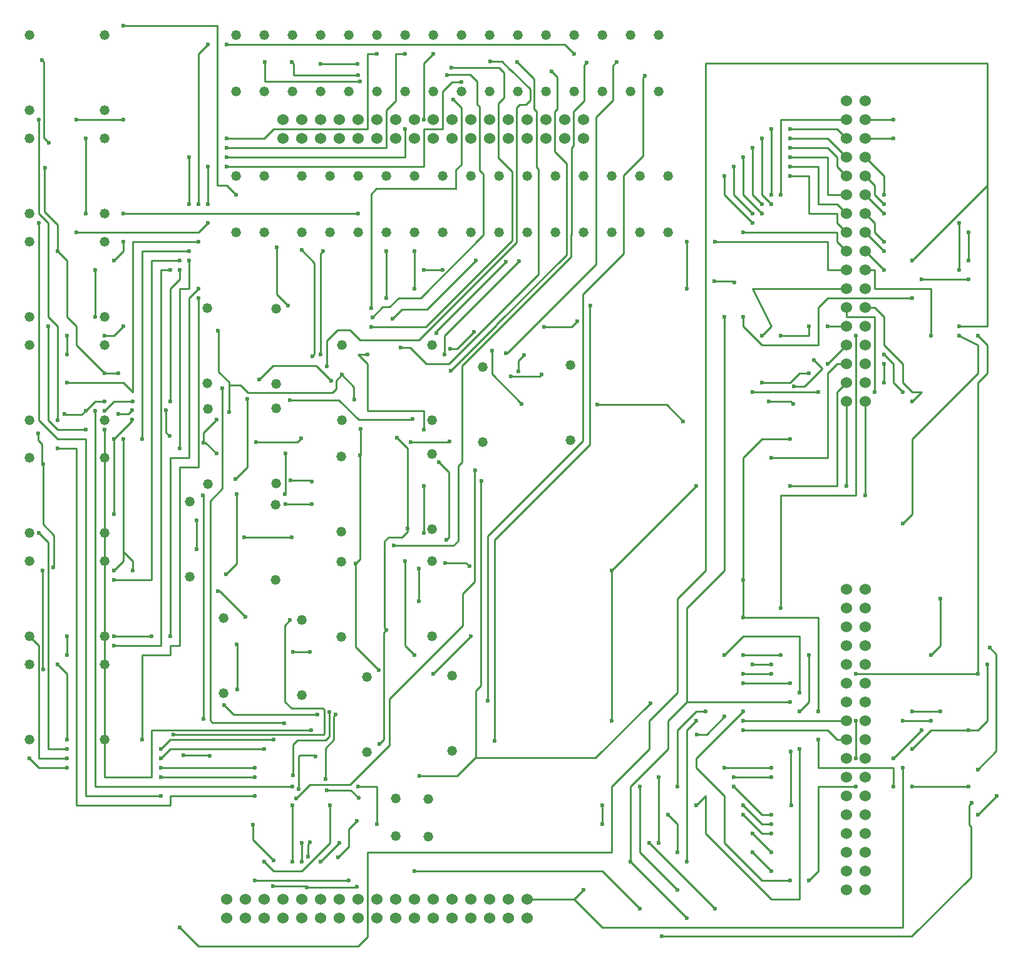
<source format=gbr>
G04 #@! TF.FileFunction,Copper,L2,Bot,Signal*
%FSLAX46Y46*%
G04 Gerber Fmt 4.6, Leading zero omitted, Abs format (unit mm)*
G04 Created by KiCad (PCBNEW 4.0.4-stable) date 12/23/16 23:50:51*
%MOMM*%
%LPD*%
G01*
G04 APERTURE LIST*
%ADD10C,0.100000*%
%ADD11C,1.320800*%
%ADD12C,1.530000*%
%ADD13C,0.600000*%
%ADD14C,0.250000*%
G04 APERTURE END LIST*
D10*
D11*
X111810800Y-142570200D03*
X111810800Y-147650200D03*
X116179600Y-142697200D03*
X116179600Y-147777200D03*
D12*
X137160000Y-50800000D03*
X137160000Y-53340000D03*
X134620000Y-50800000D03*
X134620000Y-53340000D03*
X132080000Y-50800000D03*
X132080000Y-53340000D03*
X129540000Y-50800000D03*
X129540000Y-53340000D03*
X127000000Y-50800000D03*
X127000000Y-53340000D03*
X124460000Y-50800000D03*
X124460000Y-53340000D03*
X121920000Y-50800000D03*
X121920000Y-53340000D03*
X119380000Y-50800000D03*
X119380000Y-53340000D03*
X116840000Y-50800000D03*
X116840000Y-53340000D03*
X114300000Y-50800000D03*
X114300000Y-53340000D03*
X111760000Y-50800000D03*
X111760000Y-53340000D03*
X109220000Y-50800000D03*
X109220000Y-53340000D03*
X106680000Y-50800000D03*
X106680000Y-53340000D03*
X104140000Y-50800000D03*
X104140000Y-53340000D03*
X101600000Y-50800000D03*
X101600000Y-53340000D03*
X99060000Y-50800000D03*
X99060000Y-53340000D03*
X96520000Y-50800000D03*
X96520000Y-53340000D03*
X175260000Y-88900000D03*
X172720000Y-88900000D03*
X175260000Y-86360000D03*
X172720000Y-86360000D03*
X175260000Y-83820000D03*
X172720000Y-83820000D03*
X175260000Y-81280000D03*
X172720000Y-81280000D03*
X175260000Y-78740000D03*
X172720000Y-78740000D03*
X175260000Y-76200000D03*
X172720000Y-76200000D03*
X175260000Y-73660000D03*
X172720000Y-73660000D03*
X175260000Y-71120000D03*
X172720000Y-71120000D03*
X175260000Y-68580000D03*
X172720000Y-68580000D03*
X175260000Y-66040000D03*
X172720000Y-66040000D03*
X175260000Y-63500000D03*
X172720000Y-63500000D03*
X175260000Y-60960000D03*
X172720000Y-60960000D03*
X175260000Y-58420000D03*
X172720000Y-58420000D03*
X175260000Y-55880000D03*
X172720000Y-55880000D03*
X175260000Y-53340000D03*
X172720000Y-53340000D03*
X175260000Y-50800000D03*
X172720000Y-50800000D03*
X175260000Y-48260000D03*
X172720000Y-48260000D03*
X175260000Y-154940000D03*
X172720000Y-154940000D03*
X175260000Y-152400000D03*
X172720000Y-152400000D03*
X175260000Y-149860000D03*
X172720000Y-149860000D03*
X175260000Y-147320000D03*
X172720000Y-147320000D03*
X175260000Y-144780000D03*
X172720000Y-144780000D03*
X175260000Y-142240000D03*
X172720000Y-142240000D03*
X175260000Y-139700000D03*
X172720000Y-139700000D03*
X175260000Y-137160000D03*
X172720000Y-137160000D03*
X175260000Y-134620000D03*
X172720000Y-134620000D03*
X175260000Y-132080000D03*
X172720000Y-132080000D03*
X175260000Y-129540000D03*
X172720000Y-129540000D03*
X175260000Y-127000000D03*
X172720000Y-127000000D03*
X175260000Y-124460000D03*
X172720000Y-124460000D03*
X175260000Y-121920000D03*
X172720000Y-121920000D03*
X175260000Y-119380000D03*
X172720000Y-119380000D03*
X175260000Y-116840000D03*
X172720000Y-116840000D03*
X175260000Y-114300000D03*
X172720000Y-114300000D03*
X88900000Y-158750000D03*
X88900000Y-156210000D03*
X91440000Y-158750000D03*
X91440000Y-156210000D03*
X93980000Y-158750000D03*
X93980000Y-156210000D03*
X96520000Y-158750000D03*
X96520000Y-156210000D03*
X99060000Y-158750000D03*
X99060000Y-156210000D03*
X101600000Y-158750000D03*
X101600000Y-156210000D03*
X104140000Y-158750000D03*
X104140000Y-156210000D03*
X106680000Y-158750000D03*
X106680000Y-156210000D03*
X109220000Y-158750000D03*
X109220000Y-156210000D03*
X111760000Y-158750000D03*
X111760000Y-156210000D03*
X114300000Y-158750000D03*
X114300000Y-156210000D03*
X116840000Y-158750000D03*
X116840000Y-156210000D03*
X119380000Y-158750000D03*
X119380000Y-156210000D03*
X121920000Y-158750000D03*
X121920000Y-156210000D03*
X124460000Y-158750000D03*
X124460000Y-156210000D03*
X127000000Y-158750000D03*
X127000000Y-156210000D03*
X129540000Y-158750000D03*
X129540000Y-156210000D03*
D11*
X90170000Y-39370000D03*
X90170000Y-46990000D03*
X93980000Y-66040000D03*
X93980000Y-58420000D03*
X93980000Y-39370000D03*
X93980000Y-46990000D03*
X99060000Y-66040000D03*
X99060000Y-58420000D03*
X97790000Y-39370000D03*
X97790000Y-46990000D03*
X102870000Y-66040000D03*
X102870000Y-58420000D03*
X101600000Y-39370000D03*
X101600000Y-46990000D03*
X106680000Y-66040000D03*
X106680000Y-58420000D03*
X105410000Y-39370000D03*
X105410000Y-46990000D03*
X110490000Y-66040000D03*
X110490000Y-58420000D03*
X109220000Y-39370000D03*
X109220000Y-46990000D03*
X114300000Y-66040000D03*
X114300000Y-58420000D03*
X113030000Y-39370000D03*
X113030000Y-46990000D03*
X118110000Y-66040000D03*
X118110000Y-58420000D03*
X116840000Y-39370000D03*
X116840000Y-46990000D03*
X121920000Y-66040000D03*
X121920000Y-58420000D03*
X120650000Y-39370000D03*
X120650000Y-46990000D03*
X125730000Y-66040000D03*
X125730000Y-58420000D03*
X124460000Y-39370000D03*
X124460000Y-46990000D03*
X129540000Y-66040000D03*
X129540000Y-58420000D03*
X128270000Y-39370000D03*
X128270000Y-46990000D03*
X133350000Y-66040000D03*
X133350000Y-58420000D03*
X132080000Y-39370000D03*
X132080000Y-46990000D03*
X137160000Y-66040000D03*
X137160000Y-58420000D03*
X135890000Y-39370000D03*
X135890000Y-46990000D03*
X140970000Y-66040000D03*
X140970000Y-58420000D03*
X139700000Y-39370000D03*
X139700000Y-46990000D03*
X144780000Y-66040000D03*
X144780000Y-58420000D03*
X143510000Y-39370000D03*
X143510000Y-46990000D03*
X148590000Y-66040000D03*
X148590000Y-58420000D03*
X147320000Y-39370000D03*
X147320000Y-46990000D03*
X107873800Y-126187200D03*
X107873800Y-136347200D03*
X119405400Y-125984000D03*
X119405400Y-136144000D03*
X123520200Y-84302600D03*
X123520200Y-94462600D03*
X135407400Y-94183200D03*
X135407400Y-84023200D03*
X104394000Y-110617000D03*
X104394000Y-120777000D03*
X116713000Y-110490000D03*
X116713000Y-120650000D03*
X62230000Y-91440000D03*
X62230000Y-81280000D03*
X72390000Y-81280000D03*
X72390000Y-91440000D03*
X104394000Y-96393000D03*
X104394000Y-106553000D03*
X116713000Y-96012000D03*
X116713000Y-106172000D03*
X104495600Y-81280000D03*
X104495600Y-91440000D03*
X116687600Y-91440000D03*
X116687600Y-81280000D03*
X88519000Y-118237000D03*
X88519000Y-128397000D03*
X99060000Y-118491000D03*
X99060000Y-128651000D03*
X62230000Y-67310000D03*
X62230000Y-77470000D03*
X72390000Y-67310000D03*
X72390000Y-77470000D03*
X62230000Y-96520000D03*
X62230000Y-106680000D03*
X72390000Y-106680000D03*
X72390000Y-96520000D03*
X62230000Y-110490000D03*
X62230000Y-120650000D03*
X72390000Y-110490000D03*
X72390000Y-120650000D03*
X62230000Y-124460000D03*
X62230000Y-134620000D03*
X72390000Y-124460000D03*
X72390000Y-134620000D03*
X62230000Y-53340000D03*
X62230000Y-63500000D03*
X72390000Y-53340000D03*
X72390000Y-63500000D03*
X86385400Y-89941400D03*
X86385400Y-100101400D03*
X95605600Y-89865200D03*
X95605600Y-100025200D03*
X83947000Y-102514400D03*
X83947000Y-112674400D03*
X95554800Y-102870000D03*
X95554800Y-113030000D03*
X86309200Y-76276200D03*
X86309200Y-86436200D03*
X95605600Y-86588600D03*
X95605600Y-76428600D03*
X62230000Y-39370000D03*
X62230000Y-49530000D03*
X72390000Y-49530000D03*
X72390000Y-39370000D03*
X90170000Y-66040000D03*
X90170000Y-58420000D03*
D13*
X102489000Y-141503400D03*
X106756200Y-142544800D03*
X98653600Y-141325600D03*
X100914200Y-136956800D03*
X97790000Y-140970000D03*
X71120000Y-90170000D03*
X102260400Y-139954000D03*
X103682800Y-131241800D03*
X97866200Y-139446000D03*
X102819200Y-130911600D03*
X101219000Y-131241800D03*
X88595200Y-129971800D03*
X100330000Y-133350000D03*
X72390000Y-92710000D03*
X69850000Y-92710000D03*
X64770000Y-78740000D03*
X95250000Y-134620000D03*
X80010000Y-135890000D03*
X67310000Y-135890000D03*
X63500000Y-106680000D03*
X80010000Y-137160000D03*
X67310000Y-137160000D03*
X93980000Y-135890000D03*
X92710000Y-138430000D03*
X80010000Y-138430000D03*
X67310000Y-138430000D03*
X62230000Y-137160000D03*
X92710000Y-139700000D03*
X80010000Y-139700000D03*
X80010000Y-142240000D03*
X63500000Y-64770000D03*
X85775800Y-131851400D03*
X85699600Y-101650800D03*
X88366600Y-87147400D03*
X96748600Y-132410200D03*
X92710000Y-142240000D03*
X66040000Y-95250000D03*
X66040000Y-91440000D03*
X63500000Y-50800000D03*
X103987600Y-150545800D03*
X106553000Y-145669000D03*
X146202400Y-129717800D03*
X152501600Y-133934200D03*
X156210000Y-131546600D03*
X131826000Y-78892400D03*
X136296400Y-78130400D03*
X154889200Y-72694800D03*
X157581600Y-72821800D03*
X123367800Y-99720400D03*
X115036600Y-139573000D03*
X109575600Y-135229600D03*
X128828800Y-89281000D03*
X124790200Y-82067400D03*
X122351800Y-79552800D03*
X119176800Y-81813400D03*
X110540800Y-119862600D03*
X113360200Y-106121200D03*
X111937800Y-93878400D03*
X103047800Y-86131400D03*
X93294200Y-86004400D03*
X90398600Y-127914400D03*
X90271600Y-121767600D03*
X83058000Y-136728200D03*
X86639400Y-136855200D03*
X90297000Y-101473000D03*
X88798400Y-112318800D03*
X90068400Y-99466400D03*
X91694000Y-88620600D03*
X76123800Y-91363800D03*
X67310000Y-134620000D03*
X66040000Y-124460000D03*
X67310000Y-120650000D03*
X67310000Y-123190000D03*
X73660000Y-104140000D03*
X73660000Y-93980000D03*
X67310000Y-82550000D03*
X67310000Y-80010000D03*
X71120000Y-77470000D03*
X71120000Y-71120000D03*
X69850000Y-53340000D03*
X69850000Y-63500000D03*
X158750000Y-77470000D03*
X181610000Y-74930000D03*
X156210000Y-123190000D03*
X166370000Y-128270000D03*
X140970000Y-111760000D03*
X121920000Y-120650000D03*
X116840000Y-125730000D03*
X114300000Y-123190000D03*
X113030000Y-110490000D03*
X115570000Y-106680000D03*
X115570000Y-100330000D03*
X115570000Y-92710000D03*
X107950000Y-82550000D03*
X106680000Y-140970000D03*
X109220000Y-146050000D03*
X149860000Y-149860000D03*
X148590000Y-144780000D03*
X139700000Y-146050000D03*
X139700000Y-143510000D03*
X140970000Y-132080000D03*
X152400000Y-100330000D03*
X189661800Y-143230600D03*
X147751800Y-161213800D03*
X165277800Y-143560800D03*
X165176200Y-136220200D03*
X190500000Y-138684000D03*
X192100200Y-122199400D03*
X127330200Y-85547200D03*
X131521200Y-85267800D03*
X139039600Y-89382600D03*
X150672800Y-91617800D03*
X162229800Y-88925400D03*
X165506400Y-89230200D03*
X165633400Y-86918800D03*
X168325800Y-83362800D03*
X109499400Y-125272800D03*
X106375200Y-110845600D03*
X106222800Y-88696800D03*
X107035600Y-92659200D03*
X106984800Y-96215200D03*
X106527600Y-154533600D03*
X104521000Y-85318600D03*
X92481400Y-146151600D03*
X95300800Y-151003000D03*
X95173800Y-154457400D03*
X99796600Y-154660600D03*
X99949000Y-150495000D03*
X100203000Y-148564600D03*
X84861400Y-105054400D03*
X84861400Y-108940600D03*
X87706200Y-114604800D03*
X91440000Y-118084600D03*
X87757000Y-79375000D03*
X89230200Y-90347800D03*
X87528400Y-95935800D03*
X87604600Y-91363800D03*
X85801200Y-94488000D03*
X81229200Y-93624400D03*
X80746600Y-90144600D03*
X76123800Y-90119200D03*
X74295000Y-90652600D03*
X74295000Y-85115400D03*
X64135000Y-125196600D03*
X64058800Y-111760000D03*
X65455800Y-111404400D03*
X64084200Y-97434400D03*
X63474600Y-93268800D03*
X66954400Y-90652600D03*
X64389000Y-57353200D03*
X64846200Y-54000400D03*
X63906400Y-42799000D03*
X66040000Y-68580000D03*
X72390000Y-85090000D03*
X72390000Y-88900000D03*
X69850000Y-90170000D03*
X114909600Y-111531400D03*
X114884200Y-115900200D03*
X118491000Y-110769400D03*
X121742200Y-111226600D03*
X117627400Y-97155000D03*
X118643400Y-107645200D03*
X97434400Y-88747600D03*
X114071400Y-91338400D03*
X81762600Y-133985000D03*
X97510600Y-118516400D03*
X96901000Y-102793800D03*
X100406200Y-102844600D03*
X96901000Y-95935800D03*
X96774000Y-101473000D03*
X73660000Y-111760000D03*
X74930000Y-93980000D03*
X76200000Y-111760000D03*
X72390000Y-80010000D03*
X74930000Y-78740000D03*
X124256800Y-129362200D03*
X145440400Y-44932600D03*
X125171200Y-134797800D03*
X138125200Y-75971400D03*
X126644400Y-82372200D03*
X141630400Y-43027600D03*
X128371600Y-84861400D03*
X129133600Y-82651600D03*
X111556800Y-108407200D03*
X137617200Y-43103800D03*
X67310000Y-86360000D03*
X85090000Y-67310000D03*
X85090000Y-62230000D03*
X86360000Y-40640000D03*
X88900000Y-40640000D03*
X135890000Y-41910000D03*
X113817400Y-94411800D03*
X119075200Y-94386400D03*
X119253000Y-84785200D03*
X132867400Y-44348400D03*
X112471200Y-81661000D03*
X128244600Y-43078400D03*
X97866200Y-122834400D03*
X100177600Y-122809000D03*
X102438200Y-84201000D03*
X124536200Y-42976800D03*
X68580000Y-66040000D03*
X86360000Y-64770000D03*
X86360000Y-62230000D03*
X86360000Y-57150000D03*
X88900000Y-57150000D03*
X120650000Y-45720000D03*
X77470000Y-93980000D03*
X83820000Y-68580000D03*
X83820000Y-62230000D03*
X83820000Y-55880000D03*
X88900000Y-55880000D03*
X113030000Y-52070000D03*
X115570000Y-50800000D03*
X116840000Y-41910000D03*
X73660000Y-113030000D03*
X82550000Y-69850000D03*
X88900000Y-54610000D03*
X113030000Y-41910000D03*
X73660000Y-121920000D03*
X81280000Y-71120000D03*
X88900000Y-53340000D03*
X109220000Y-41910000D03*
X68580000Y-50800000D03*
X74930000Y-50800000D03*
X92862400Y-94437200D03*
X99009200Y-93929200D03*
X108508800Y-78841600D03*
X119354600Y-43764200D03*
X106629200Y-43307000D03*
X101600000Y-43307000D03*
X91262200Y-107340400D03*
X97688400Y-107289600D03*
X108635800Y-77571600D03*
X118694200Y-44805600D03*
X106680000Y-44805600D03*
X97739200Y-43078400D03*
X108458000Y-76276200D03*
X119583200Y-48158400D03*
X106959400Y-45643800D03*
X94056200Y-43027600D03*
X74930000Y-38100000D03*
X90170000Y-60960000D03*
X95681800Y-68072000D03*
X97180400Y-75946000D03*
X100482400Y-82804000D03*
X99085400Y-68453000D03*
X97561400Y-99568000D03*
X100406200Y-99745800D03*
X101650800Y-82600800D03*
X101930200Y-68630800D03*
X74930000Y-63500000D03*
X106680000Y-63500000D03*
X85090000Y-74930000D03*
X110490000Y-74930000D03*
X77470000Y-134620000D03*
X110490000Y-68580000D03*
X73660000Y-120650000D03*
X78740000Y-120650000D03*
X81280000Y-120650000D03*
X85090000Y-73660000D03*
X114300000Y-73660000D03*
X114300000Y-68580000D03*
X82550000Y-95250000D03*
X83820000Y-69850000D03*
X74930000Y-67310000D03*
X73660000Y-69850000D03*
X111379000Y-77749400D03*
X122656600Y-69850000D03*
X117322600Y-79679800D03*
X126720600Y-70078600D03*
X118389400Y-82600800D03*
X128473200Y-69951600D03*
X118110000Y-71120000D03*
X115570000Y-71120000D03*
X82550000Y-71120000D03*
X81280000Y-88900000D03*
X76200000Y-88900000D03*
X72390000Y-90170000D03*
X175260000Y-101600000D03*
X172720000Y-100330000D03*
X165100000Y-100330000D03*
X177800000Y-83820000D03*
X177800000Y-86360000D03*
X162560000Y-96520000D03*
X177800000Y-82550000D03*
X180340000Y-87630000D03*
X170180000Y-83820000D03*
X167640000Y-85090000D03*
X161290000Y-86360000D03*
X170180000Y-78740000D03*
X167640000Y-78740000D03*
X163830000Y-80010000D03*
X176530000Y-87630000D03*
X168910000Y-87630000D03*
X160020000Y-87630000D03*
X161290000Y-80010000D03*
X154940000Y-67310000D03*
X151130000Y-67310000D03*
X151130000Y-73660000D03*
X158750000Y-66040000D03*
X165100000Y-58420000D03*
X156210000Y-58420000D03*
X160020000Y-64770000D03*
X165100000Y-57150000D03*
X157480000Y-57150000D03*
X160020000Y-63500000D03*
X165100000Y-55880000D03*
X158750000Y-55880000D03*
X161290000Y-63500000D03*
X165100000Y-54610000D03*
X160020000Y-54610000D03*
X161290000Y-62230000D03*
X165100000Y-53340000D03*
X161290000Y-53340000D03*
X162560000Y-62230000D03*
X165100000Y-52070000D03*
X162560000Y-52070000D03*
X162560000Y-60960000D03*
X163830000Y-60960000D03*
X181610000Y-88900000D03*
X184150000Y-80010000D03*
X177800000Y-71120000D03*
X177800000Y-68580000D03*
X177800000Y-67310000D03*
X177800000Y-63500000D03*
X177800000Y-62230000D03*
X177800000Y-60960000D03*
X179070000Y-53340000D03*
X187960000Y-64770000D03*
X187960000Y-71120000D03*
X179070000Y-50800000D03*
X189230000Y-66040000D03*
X189230000Y-69850000D03*
X179070000Y-137160000D03*
X182880000Y-133350000D03*
X180340000Y-132080000D03*
X184150000Y-132080000D03*
X181610000Y-130810000D03*
X185420000Y-130810000D03*
X162560000Y-152400000D03*
X160020000Y-149860000D03*
X162560000Y-149860000D03*
X160020000Y-147320000D03*
X162560000Y-147320000D03*
X158750000Y-144780000D03*
X162560000Y-146050000D03*
X158750000Y-143510000D03*
X162560000Y-144780000D03*
X157480000Y-140970000D03*
X162560000Y-139700000D03*
X157480000Y-139700000D03*
X162560000Y-138430000D03*
X156210000Y-138430000D03*
X158750000Y-133350000D03*
X158750000Y-132080000D03*
X173990000Y-132080000D03*
X173990000Y-137160000D03*
X173990000Y-140970000D03*
X167640000Y-153670000D03*
X165100000Y-153670000D03*
X158750000Y-130810000D03*
X158750000Y-127000000D03*
X165100000Y-127000000D03*
X158750000Y-125730000D03*
X162560000Y-125730000D03*
X158750000Y-123190000D03*
X163830000Y-123190000D03*
X160020000Y-124460000D03*
X162560000Y-124460000D03*
X105410000Y-153670000D03*
X92710000Y-153670000D03*
X99060000Y-151130000D03*
X99060000Y-148590000D03*
X102870000Y-143510000D03*
X93980000Y-151130000D03*
X97790000Y-143510000D03*
X97790000Y-151130000D03*
X104140000Y-148590000D03*
X101600000Y-151130000D03*
X82550000Y-160020000D03*
X187960000Y-78740000D03*
X181610000Y-69850000D03*
X185420000Y-115570000D03*
X184150000Y-123190000D03*
X167640000Y-123190000D03*
X166370000Y-130810000D03*
X114300000Y-152400000D03*
X144780000Y-157480000D03*
X151130000Y-151130000D03*
X152400000Y-132080000D03*
X137160000Y-154940000D03*
X147320000Y-148590000D03*
X147320000Y-139700000D03*
X180340000Y-105410000D03*
X187960000Y-80010000D03*
X180340000Y-138430000D03*
X149860000Y-154940000D03*
X144780000Y-140970000D03*
X189230000Y-72390000D03*
X182880000Y-72390000D03*
X190500000Y-80010000D03*
X190500000Y-125730000D03*
X173990000Y-125730000D03*
X193040000Y-142240000D03*
X190500000Y-144780000D03*
X154940000Y-157480000D03*
X146050000Y-148590000D03*
X165100000Y-93980000D03*
X158750000Y-113030000D03*
X168910000Y-130810000D03*
X158750000Y-118110000D03*
X168910000Y-134620000D03*
X179070000Y-140970000D03*
X181610000Y-140970000D03*
X189230000Y-140970000D03*
X173990000Y-80010000D03*
X163830000Y-116840000D03*
X153670000Y-130810000D03*
X149860000Y-140970000D03*
X191770000Y-124460000D03*
X166370000Y-135890000D03*
X152400000Y-143510000D03*
X181610000Y-135890000D03*
X189230000Y-133350000D03*
X156210000Y-77470000D03*
X165100000Y-129540000D03*
X151130000Y-158750000D03*
X143510000Y-151130000D03*
X98348800Y-142570200D03*
X122504200Y-98221800D03*
D14*
X105714800Y-141503400D02*
X102489000Y-141503400D01*
X106756200Y-142544800D02*
X105714800Y-141503400D01*
X98653600Y-136956800D02*
X98653600Y-141325600D01*
X98831400Y-136779000D02*
X98653600Y-136956800D01*
X100736400Y-136779000D02*
X98831400Y-136779000D01*
X100914200Y-136956800D02*
X100736400Y-136779000D01*
X71120000Y-140970000D02*
X97790000Y-140970000D01*
X71120000Y-90170000D02*
X71120000Y-140970000D01*
X102260400Y-135839200D02*
X102260400Y-139954000D01*
X103428800Y-134670800D02*
X102260400Y-135839200D01*
X103428800Y-131495800D02*
X103428800Y-134670800D01*
X103682800Y-131241800D02*
X103428800Y-131495800D01*
X97866200Y-135305800D02*
X97866200Y-139446000D01*
X98475800Y-134696200D02*
X97866200Y-135305800D01*
X102336600Y-134696200D02*
X98475800Y-134696200D01*
X102793800Y-134239000D02*
X102336600Y-134696200D01*
X102793800Y-130937000D02*
X102793800Y-134239000D01*
X102819200Y-130911600D02*
X102793800Y-130937000D01*
X89865200Y-131241800D02*
X101219000Y-131241800D01*
X88595200Y-129971800D02*
X89865200Y-131241800D01*
X78740000Y-133350000D02*
X100330000Y-133350000D01*
X78740000Y-139700000D02*
X78740000Y-133350000D01*
X72390000Y-139700000D02*
X78740000Y-139700000D01*
X72390000Y-92710000D02*
X72390000Y-139700000D01*
X66040000Y-92710000D02*
X69850000Y-92710000D01*
X64770000Y-91440000D02*
X66040000Y-92710000D01*
X64770000Y-78740000D02*
X64770000Y-91440000D01*
X81280000Y-134620000D02*
X95250000Y-134620000D01*
X80010000Y-135890000D02*
X81280000Y-134620000D01*
X64770000Y-135890000D02*
X67310000Y-135890000D01*
X64770000Y-107950000D02*
X64770000Y-135890000D01*
X63500000Y-106680000D02*
X64770000Y-107950000D01*
X62230000Y-120650000D02*
X63500000Y-121920000D01*
X63500000Y-137160000D02*
X67310000Y-137160000D01*
X63500000Y-121920000D02*
X63500000Y-137160000D01*
X80010000Y-137160000D02*
X81280000Y-135890000D01*
X81280000Y-135890000D02*
X93980000Y-135890000D01*
X80010000Y-138430000D02*
X92710000Y-138430000D01*
X63500000Y-138430000D02*
X67310000Y-138430000D01*
X62230000Y-137160000D02*
X63500000Y-138430000D01*
X80010000Y-139700000D02*
X92710000Y-139700000D01*
X69850000Y-142240000D02*
X80010000Y-142240000D01*
X69850000Y-93980000D02*
X69850000Y-142240000D01*
X66040000Y-93980000D02*
X69850000Y-93980000D01*
X63500000Y-91440000D02*
X66040000Y-93980000D01*
X63500000Y-64770000D02*
X63500000Y-91440000D01*
X85775800Y-101727000D02*
X85775800Y-131851400D01*
X85699600Y-101650800D02*
X85775800Y-101727000D01*
X88366600Y-100685600D02*
X88366600Y-87147400D01*
X86690200Y-102362000D02*
X88366600Y-100685600D01*
X86690200Y-132029200D02*
X86690200Y-102362000D01*
X86995000Y-132334000D02*
X86690200Y-132029200D01*
X96672400Y-132334000D02*
X86995000Y-132334000D01*
X96748600Y-132410200D02*
X96672400Y-132334000D01*
X81280000Y-142240000D02*
X92710000Y-142240000D01*
X81280000Y-143510000D02*
X81280000Y-142240000D01*
X68580000Y-143510000D02*
X81280000Y-143510000D01*
X68580000Y-95250000D02*
X68580000Y-143510000D01*
X66040000Y-95250000D02*
X68580000Y-95250000D01*
X66040000Y-78740000D02*
X66040000Y-91440000D01*
X64770000Y-77470000D02*
X66040000Y-78740000D01*
X64770000Y-64770000D02*
X64770000Y-77470000D01*
X63500000Y-63500000D02*
X64770000Y-64770000D01*
X63500000Y-50800000D02*
X63500000Y-63500000D01*
X105435400Y-149098000D02*
X103987600Y-150545800D01*
X105435400Y-146786600D02*
X105435400Y-149098000D01*
X106553000Y-145669000D02*
X105435400Y-146786600D01*
X138785600Y-137134600D02*
X122529600Y-137134600D01*
X146202400Y-129717800D02*
X138785600Y-137134600D01*
X153822400Y-133934200D02*
X152501600Y-133934200D01*
X156210000Y-131546600D02*
X153822400Y-133934200D01*
X135534400Y-78892400D02*
X131826000Y-78892400D01*
X136296400Y-78130400D02*
X135534400Y-78892400D01*
X157454600Y-72694800D02*
X154889200Y-72694800D01*
X157581600Y-72821800D02*
X157454600Y-72694800D01*
X123367800Y-99720400D02*
X123291600Y-99796600D01*
X123291600Y-99796600D02*
X123291600Y-127330200D01*
X123291600Y-127330200D02*
X122580400Y-128041400D01*
X122580400Y-128041400D02*
X122580400Y-137083800D01*
X122580400Y-137083800D02*
X122529600Y-137134600D01*
X122529600Y-137134600D02*
X120091200Y-139573000D01*
X120091200Y-139573000D02*
X115036600Y-139573000D01*
X110159800Y-120243600D02*
X110540800Y-119862600D01*
X109575600Y-135229600D02*
X110159800Y-134645400D01*
X110159800Y-134645400D02*
X110159800Y-120243600D01*
X128828800Y-89281000D02*
X124790200Y-85242400D01*
X124790200Y-85242400D02*
X124790200Y-82067400D01*
X122351800Y-79552800D02*
X120091200Y-81813400D01*
X120091200Y-81813400D02*
X119176800Y-81813400D01*
X113360200Y-106578400D02*
X113360200Y-106121200D01*
X112649000Y-107289600D02*
X113360200Y-106578400D01*
X110820200Y-107289600D02*
X112649000Y-107289600D01*
X110261400Y-107848400D02*
X110820200Y-107289600D01*
X110261400Y-119583200D02*
X110261400Y-107848400D01*
X110540800Y-119862600D02*
X110261400Y-119583200D01*
X113360200Y-95300800D02*
X113360200Y-106121200D01*
X111937800Y-93878400D02*
X113360200Y-95300800D01*
X103047800Y-86131400D02*
X101041200Y-84124800D01*
X101041200Y-84124800D02*
X95173800Y-84124800D01*
X95173800Y-84124800D02*
X93294200Y-86004400D01*
X90398600Y-121894600D02*
X90398600Y-127914400D01*
X90271600Y-121767600D02*
X90398600Y-121894600D01*
X86512400Y-136728200D02*
X83058000Y-136728200D01*
X86639400Y-136855200D02*
X86512400Y-136728200D01*
X90297000Y-110820200D02*
X90297000Y-101473000D01*
X88798400Y-112318800D02*
X90297000Y-110820200D01*
X90068400Y-99466400D02*
X91694000Y-97840800D01*
X91694000Y-97840800D02*
X91694000Y-88620600D01*
X76098400Y-91541600D02*
X73660000Y-93980000D01*
X76098400Y-91389200D02*
X76098400Y-91541600D01*
X76123800Y-91363800D02*
X76098400Y-91389200D01*
X67310000Y-125730000D02*
X67310000Y-134620000D01*
X66040000Y-124460000D02*
X67310000Y-125730000D01*
X67310000Y-123190000D02*
X67310000Y-120650000D01*
X73660000Y-93980000D02*
X73660000Y-104140000D01*
X67310000Y-80010000D02*
X67310000Y-82550000D01*
X71120000Y-71120000D02*
X71120000Y-77470000D01*
X69850000Y-53340000D02*
X69850000Y-63500000D01*
X158750000Y-78740000D02*
X158750000Y-77470000D01*
X161290000Y-81280000D02*
X158750000Y-78740000D01*
X168910000Y-81280000D02*
X161290000Y-81280000D01*
X168910000Y-76200000D02*
X168910000Y-81280000D01*
X170180000Y-74930000D02*
X168910000Y-76200000D01*
X181610000Y-74930000D02*
X170180000Y-74930000D01*
X158750000Y-120650000D02*
X156210000Y-123190000D01*
X166370000Y-120650000D02*
X158750000Y-120650000D01*
X166370000Y-128270000D02*
X166370000Y-120650000D01*
X116840000Y-125730000D02*
X121920000Y-120650000D01*
X113030000Y-121920000D02*
X114300000Y-123190000D01*
X113030000Y-110490000D02*
X113030000Y-121920000D01*
X115570000Y-100330000D02*
X115570000Y-106680000D01*
X115570000Y-90170000D02*
X115570000Y-92710000D01*
X107950000Y-90170000D02*
X115570000Y-90170000D01*
X107950000Y-83820000D02*
X107950000Y-90170000D01*
X106680000Y-82550000D02*
X107950000Y-83820000D01*
X107950000Y-82550000D02*
X106680000Y-82550000D01*
X106680000Y-140970000D02*
X109220000Y-140970000D01*
X109220000Y-140970000D02*
X109220000Y-146050000D01*
X149860000Y-146050000D02*
X149860000Y-149860000D01*
X148590000Y-144780000D02*
X149860000Y-146050000D01*
X139700000Y-143510000D02*
X139700000Y-146050000D01*
X140970000Y-111760000D02*
X140970000Y-132080000D01*
X152400000Y-100330000D02*
X140970000Y-111760000D01*
X189661800Y-143230600D02*
X189357000Y-143535400D01*
X189357000Y-143535400D02*
X189357000Y-146177000D01*
X189357000Y-146177000D02*
X189560200Y-146380200D01*
X189560200Y-146380200D02*
X189560200Y-153238200D01*
X189560200Y-153238200D02*
X181584600Y-161213800D01*
X181584600Y-161213800D02*
X147751800Y-161213800D01*
X165277800Y-143560800D02*
X165176200Y-143459200D01*
X165176200Y-143459200D02*
X165176200Y-136220200D01*
X193014600Y-136169400D02*
X190500000Y-138684000D01*
X193014600Y-123113800D02*
X193014600Y-136169400D01*
X192100200Y-122199400D02*
X193014600Y-123113800D01*
X131241800Y-85547200D02*
X127330200Y-85547200D01*
X131521200Y-85267800D02*
X131241800Y-85547200D01*
X148437600Y-89382600D02*
X139039600Y-89382600D01*
X150672800Y-91617800D02*
X148437600Y-89382600D01*
X165201600Y-88925400D02*
X162229800Y-88925400D01*
X165506400Y-89230200D02*
X165201600Y-88925400D01*
X167030400Y-86918800D02*
X165633400Y-86918800D01*
X169418000Y-84531200D02*
X167030400Y-86918800D01*
X169418000Y-84455000D02*
X169418000Y-84531200D01*
X168325800Y-83362800D02*
X169418000Y-84455000D01*
X106375200Y-122148600D02*
X106375200Y-110845600D01*
X109499400Y-125272800D02*
X106375200Y-122148600D01*
X106984800Y-110236000D02*
X106984800Y-96215200D01*
X106375200Y-110845600D02*
X106984800Y-110236000D01*
X106146600Y-86944200D02*
X104521000Y-85318600D01*
X106146600Y-88620600D02*
X106146600Y-86944200D01*
X106222800Y-88696800D02*
X106146600Y-88620600D01*
X107035600Y-96164400D02*
X107035600Y-92659200D01*
X106984800Y-96215200D02*
X107035600Y-96164400D01*
X106400600Y-154660600D02*
X99796600Y-154660600D01*
X106527600Y-154533600D02*
X106400600Y-154660600D01*
X90779600Y-86715600D02*
X89230200Y-86715600D01*
X91795600Y-87731600D02*
X90779600Y-86715600D01*
X103251000Y-87731600D02*
X91795600Y-87731600D01*
X103708200Y-87274400D02*
X103251000Y-87731600D01*
X103708200Y-86131400D02*
X103708200Y-87274400D01*
X104521000Y-85318600D02*
X103708200Y-86131400D01*
X92481400Y-148183600D02*
X92481400Y-146151600D01*
X95300800Y-151003000D02*
X92481400Y-148183600D01*
X99593400Y-154457400D02*
X95173800Y-154457400D01*
X99796600Y-154660600D02*
X99593400Y-154457400D01*
X99949000Y-148818600D02*
X99949000Y-150495000D01*
X100203000Y-148564600D02*
X99949000Y-148818600D01*
X84861400Y-108940600D02*
X84861400Y-105054400D01*
X87960200Y-114604800D02*
X87706200Y-114604800D01*
X91440000Y-118084600D02*
X87960200Y-114604800D01*
X87833200Y-79451200D02*
X87757000Y-79375000D01*
X87833200Y-84937600D02*
X87833200Y-79451200D01*
X89230200Y-86334600D02*
X87833200Y-84937600D01*
X89230200Y-90347800D02*
X89230200Y-86715600D01*
X89230200Y-86715600D02*
X89230200Y-86334600D01*
X86080600Y-94488000D02*
X85801200Y-94488000D01*
X87528400Y-95935800D02*
X86080600Y-94488000D01*
X87604600Y-91363800D02*
X85801200Y-93167200D01*
X85801200Y-93167200D02*
X85801200Y-94488000D01*
X81229200Y-93624400D02*
X80746600Y-93141800D01*
X80746600Y-93141800D02*
X80746600Y-90144600D01*
X76123800Y-90119200D02*
X75590400Y-90652600D01*
X75590400Y-90652600D02*
X74295000Y-90652600D01*
X74295000Y-85115400D02*
X74269600Y-85090000D01*
X74269600Y-85090000D02*
X72390000Y-85090000D01*
X64135000Y-125196600D02*
X64058800Y-125120400D01*
X64058800Y-125120400D02*
X64058800Y-111760000D01*
X64084200Y-105511600D02*
X64084200Y-97434400D01*
X65582800Y-107010200D02*
X64084200Y-105511600D01*
X65582800Y-111277400D02*
X65582800Y-107010200D01*
X65455800Y-111404400D02*
X65582800Y-111277400D01*
X64084200Y-97434400D02*
X63982600Y-97332800D01*
X63982600Y-97332800D02*
X63982600Y-94691200D01*
X63982600Y-94691200D02*
X63474600Y-94183200D01*
X63474600Y-94183200D02*
X63474600Y-93268800D01*
X66954400Y-90652600D02*
X67030600Y-90728800D01*
X67030600Y-90728800D02*
X69291200Y-90728800D01*
X69291200Y-90728800D02*
X69850000Y-90170000D01*
X66040000Y-65049400D02*
X66040000Y-68580000D01*
X64287400Y-63296800D02*
X66040000Y-65049400D01*
X64287400Y-57454800D02*
X64287400Y-63296800D01*
X64389000Y-57353200D02*
X64287400Y-57454800D01*
X64160400Y-53314600D02*
X64846200Y-54000400D01*
X64160400Y-43053000D02*
X64160400Y-53314600D01*
X63906400Y-42799000D02*
X64160400Y-43053000D01*
X66040000Y-68580000D02*
X67310000Y-69850000D01*
X67310000Y-69850000D02*
X67310000Y-77470000D01*
X67310000Y-77470000D02*
X68580000Y-78740000D01*
X68580000Y-78740000D02*
X68580000Y-81280000D01*
X68580000Y-81280000D02*
X72390000Y-85090000D01*
X72390000Y-88900000D02*
X71120000Y-88900000D01*
X71120000Y-88900000D02*
X69850000Y-90170000D01*
X114909600Y-115874800D02*
X114909600Y-111531400D01*
X114884200Y-115900200D02*
X114909600Y-115874800D01*
X121285000Y-110769400D02*
X118491000Y-110769400D01*
X121742200Y-111226600D02*
X121285000Y-110769400D01*
X118948200Y-98475800D02*
X117627400Y-97155000D01*
X118948200Y-107340400D02*
X118948200Y-98475800D01*
X118643400Y-107645200D02*
X118948200Y-107340400D01*
X104114600Y-88747600D02*
X97434400Y-88747600D01*
X106781600Y-91414600D02*
X104114600Y-88747600D01*
X113995200Y-91414600D02*
X106781600Y-91414600D01*
X114071400Y-91338400D02*
X113995200Y-91414600D01*
X102057200Y-133985000D02*
X81762600Y-133985000D01*
X102158800Y-133883400D02*
X102057200Y-133985000D01*
X102158800Y-130683000D02*
X102158800Y-133883400D01*
X101930200Y-130454400D02*
X102158800Y-130683000D01*
X97688400Y-130454400D02*
X101930200Y-130454400D01*
X96824800Y-129590800D02*
X97688400Y-130454400D01*
X96824800Y-119202200D02*
X96824800Y-129590800D01*
X97510600Y-118516400D02*
X96824800Y-119202200D01*
X100355400Y-102793800D02*
X96901000Y-102793800D01*
X100406200Y-102844600D02*
X100355400Y-102793800D01*
X96901000Y-101346000D02*
X96901000Y-95935800D01*
X96774000Y-101473000D02*
X96901000Y-101346000D01*
X74930000Y-110490000D02*
X74930000Y-109220000D01*
X73660000Y-111760000D02*
X74930000Y-110490000D01*
X74930000Y-93980000D02*
X74930000Y-105410000D01*
X74930000Y-105410000D02*
X74930000Y-109220000D01*
X74930000Y-109220000D02*
X76200000Y-110490000D01*
X76200000Y-110490000D02*
X76200000Y-111760000D01*
X73660000Y-80010000D02*
X72390000Y-80010000D01*
X74930000Y-78740000D02*
X73660000Y-80010000D01*
X124256800Y-107111800D02*
X124256800Y-129362200D01*
X137134600Y-94234000D02*
X124256800Y-107111800D01*
X137134600Y-74422000D02*
X137134600Y-94234000D01*
X142570200Y-68986400D02*
X137134600Y-74422000D01*
X142570200Y-58343800D02*
X142570200Y-68986400D01*
X145211800Y-55702200D02*
X142570200Y-58343800D01*
X145211800Y-45161200D02*
X145211800Y-55702200D01*
X145440400Y-44932600D02*
X145211800Y-45161200D01*
X125171200Y-107670600D02*
X125171200Y-134797800D01*
X138049000Y-94792800D02*
X125171200Y-107670600D01*
X138049000Y-76047600D02*
X138049000Y-94792800D01*
X138125200Y-75971400D02*
X138049000Y-76047600D01*
X126873000Y-82372200D02*
X126644400Y-82372200D01*
X138887200Y-70358000D02*
X126873000Y-82372200D01*
X138887200Y-63957200D02*
X138887200Y-70358000D01*
X138912600Y-63931800D02*
X138887200Y-63957200D01*
X138912600Y-50469800D02*
X138912600Y-63931800D01*
X141198600Y-48183800D02*
X138912600Y-50469800D01*
X141198600Y-43459400D02*
X141198600Y-48183800D01*
X141630400Y-43027600D02*
X141198600Y-43459400D01*
X128371600Y-83413600D02*
X128371600Y-84861400D01*
X129133600Y-82651600D02*
X128371600Y-83413600D01*
X119608600Y-108407200D02*
X111556800Y-108407200D01*
X120243600Y-107772200D02*
X119608600Y-108407200D01*
X120243600Y-97663000D02*
X120243600Y-107772200D01*
X120751600Y-97155000D02*
X120243600Y-97663000D01*
X120751600Y-84124800D02*
X120751600Y-97155000D01*
X129286000Y-75590400D02*
X120751600Y-84124800D01*
X135483600Y-69392800D02*
X129286000Y-75590400D01*
X135483600Y-66446400D02*
X135483600Y-69392800D01*
X135559800Y-66370200D02*
X135483600Y-66446400D01*
X135559800Y-54660800D02*
X135559800Y-66370200D01*
X135839200Y-54381400D02*
X135559800Y-54660800D01*
X135839200Y-49758600D02*
X135839200Y-54381400D01*
X137287000Y-48310800D02*
X135839200Y-49758600D01*
X137287000Y-43434000D02*
X137287000Y-48310800D01*
X137617200Y-43103800D02*
X137287000Y-43434000D01*
X74930000Y-86360000D02*
X67310000Y-86360000D01*
X76200000Y-87630000D02*
X74930000Y-86360000D01*
X76200000Y-67310000D02*
X76200000Y-87630000D01*
X85090000Y-67310000D02*
X76200000Y-67310000D01*
X85090000Y-41910000D02*
X85090000Y-62230000D01*
X86360000Y-40640000D02*
X85090000Y-41910000D01*
X134620000Y-40640000D02*
X88900000Y-40640000D01*
X135890000Y-41910000D02*
X134620000Y-40640000D01*
X119049800Y-94411800D02*
X113817400Y-94411800D01*
X119075200Y-94386400D02*
X119049800Y-94411800D01*
X125425200Y-78613000D02*
X119253000Y-84785200D01*
X125425200Y-78536800D02*
X125425200Y-78613000D01*
X134874000Y-69088000D02*
X125425200Y-78536800D01*
X134874000Y-56718200D02*
X134874000Y-69088000D01*
X133324600Y-55168800D02*
X134874000Y-56718200D01*
X133324600Y-49707800D02*
X133324600Y-55168800D01*
X133629400Y-49403000D02*
X133324600Y-49707800D01*
X133629400Y-45110400D02*
X133629400Y-49403000D01*
X132867400Y-44348400D02*
X133629400Y-45110400D01*
X113715800Y-81661000D02*
X112471200Y-81661000D01*
X115925600Y-83870800D02*
X113715800Y-81661000D01*
X118948200Y-83870800D02*
X115925600Y-83870800D01*
X131114800Y-71704200D02*
X118948200Y-83870800D01*
X131114800Y-57531000D02*
X131114800Y-71704200D01*
X130810000Y-57226200D02*
X131114800Y-57531000D01*
X130810000Y-49733200D02*
X130810000Y-57226200D01*
X130479800Y-49403000D02*
X130810000Y-49733200D01*
X130479800Y-45313600D02*
X130479800Y-49403000D01*
X128244600Y-43078400D02*
X130479800Y-45313600D01*
X100152200Y-122834400D02*
X97866200Y-122834400D01*
X100177600Y-122809000D02*
X100152200Y-122834400D01*
X102438200Y-80695800D02*
X102438200Y-84201000D01*
X103886000Y-79248000D02*
X102438200Y-80695800D01*
X105587800Y-79248000D02*
X103886000Y-79248000D01*
X106959400Y-80619600D02*
X105587800Y-79248000D01*
X114909600Y-80619600D02*
X106959400Y-80619600D01*
X128143000Y-67386200D02*
X114909600Y-80619600D01*
X128143000Y-49199800D02*
X128143000Y-67386200D01*
X128574800Y-48768000D02*
X128143000Y-49199800D01*
X129387600Y-48768000D02*
X128574800Y-48768000D01*
X129946400Y-48209200D02*
X129387600Y-48768000D01*
X129946400Y-46710600D02*
X129946400Y-48209200D01*
X127254000Y-44018200D02*
X129946400Y-46710600D01*
X127203200Y-44018200D02*
X127254000Y-44018200D01*
X126161800Y-42976800D02*
X127203200Y-44018200D01*
X124536200Y-42976800D02*
X126161800Y-42976800D01*
X85090000Y-66040000D02*
X68580000Y-66040000D01*
X86360000Y-64770000D02*
X85090000Y-66040000D01*
X86360000Y-57150000D02*
X86360000Y-62230000D01*
X115570000Y-57150000D02*
X88900000Y-57150000D01*
X115570000Y-52070000D02*
X115570000Y-57150000D01*
X118110000Y-52070000D02*
X115570000Y-52070000D01*
X118110000Y-46990000D02*
X118110000Y-52070000D01*
X119380000Y-45720000D02*
X118110000Y-46990000D01*
X120650000Y-45720000D02*
X119380000Y-45720000D01*
X77470000Y-68580000D02*
X77470000Y-93980000D01*
X83820000Y-68580000D02*
X77470000Y-68580000D01*
X83820000Y-55880000D02*
X83820000Y-62230000D01*
X113030000Y-55880000D02*
X88900000Y-55880000D01*
X113030000Y-52070000D02*
X113030000Y-55880000D01*
X115570000Y-43180000D02*
X115570000Y-50800000D01*
X116840000Y-41910000D02*
X115570000Y-43180000D01*
X78740000Y-113030000D02*
X73660000Y-113030000D01*
X78740000Y-69850000D02*
X78740000Y-113030000D01*
X82550000Y-69850000D02*
X78740000Y-69850000D01*
X110490000Y-54610000D02*
X88900000Y-54610000D01*
X110490000Y-49530000D02*
X110490000Y-54610000D01*
X111760000Y-48260000D02*
X110490000Y-49530000D01*
X111760000Y-41910000D02*
X111760000Y-48260000D01*
X113030000Y-41910000D02*
X111760000Y-41910000D01*
X80010000Y-121920000D02*
X73660000Y-121920000D01*
X80010000Y-71120000D02*
X80010000Y-121920000D01*
X81280000Y-71120000D02*
X80010000Y-71120000D01*
X93980000Y-53340000D02*
X88900000Y-53340000D01*
X95250000Y-52070000D02*
X93980000Y-53340000D01*
X107950000Y-52070000D02*
X95250000Y-52070000D01*
X107950000Y-41910000D02*
X107950000Y-52070000D01*
X109220000Y-41910000D02*
X107950000Y-41910000D01*
X74930000Y-50800000D02*
X68580000Y-50800000D01*
X98501200Y-94437200D02*
X92862400Y-94437200D01*
X99009200Y-93929200D02*
X98501200Y-94437200D01*
X115849400Y-78841600D02*
X108508800Y-78841600D01*
X127508000Y-67183000D02*
X115849400Y-78841600D01*
X127508000Y-57835800D02*
X127508000Y-67183000D01*
X125679200Y-56007000D02*
X127508000Y-57835800D01*
X125679200Y-48615600D02*
X125679200Y-56007000D01*
X126390400Y-47904400D02*
X125679200Y-48615600D01*
X126390400Y-44475400D02*
X126390400Y-47904400D01*
X125730000Y-43815000D02*
X126390400Y-44475400D01*
X119405400Y-43815000D02*
X125730000Y-43815000D01*
X119354600Y-43764200D02*
X119405400Y-43815000D01*
X101600000Y-43307000D02*
X106629200Y-43307000D01*
X97637600Y-107340400D02*
X91262200Y-107340400D01*
X97688400Y-107289600D02*
X97637600Y-107340400D01*
X110032800Y-76174600D02*
X108635800Y-77571600D01*
X110972600Y-76174600D02*
X110032800Y-76174600D01*
X112166400Y-74980800D02*
X110972600Y-76174600D01*
X115138200Y-74980800D02*
X112166400Y-74980800D01*
X123672600Y-66446400D02*
X115138200Y-74980800D01*
X123672600Y-58166000D02*
X123672600Y-66446400D01*
X123164600Y-57658000D02*
X123672600Y-58166000D01*
X123164600Y-49123600D02*
X123164600Y-57658000D01*
X122758200Y-48717200D02*
X123164600Y-49123600D01*
X122758200Y-45643800D02*
X122758200Y-48717200D01*
X121869200Y-44754800D02*
X122758200Y-45643800D01*
X118745000Y-44754800D02*
X121869200Y-44754800D01*
X118694200Y-44805600D02*
X118745000Y-44754800D01*
X97993200Y-44805600D02*
X106680000Y-44805600D01*
X97967800Y-44780200D02*
X97993200Y-44805600D01*
X97967800Y-43307000D02*
X97967800Y-44780200D01*
X97739200Y-43078400D02*
X97967800Y-43307000D01*
X108458000Y-60909200D02*
X108458000Y-76276200D01*
X109194600Y-60172600D02*
X108458000Y-60909200D01*
X119888000Y-60172600D02*
X109194600Y-60172600D01*
X119913400Y-60198000D02*
X119888000Y-60172600D01*
X119913400Y-57632600D02*
X119913400Y-60198000D01*
X120650000Y-56896000D02*
X119913400Y-57632600D01*
X120650000Y-49225200D02*
X120650000Y-56896000D01*
X119583200Y-48158400D02*
X120650000Y-49225200D01*
X94107000Y-45643800D02*
X106959400Y-45643800D01*
X94056200Y-45593000D02*
X94107000Y-45643800D01*
X94056200Y-43027600D02*
X94056200Y-45593000D01*
X87630000Y-38100000D02*
X74930000Y-38100000D01*
X87630000Y-59690000D02*
X87630000Y-38100000D01*
X88900000Y-59690000D02*
X87630000Y-59690000D01*
X90170000Y-60960000D02*
X88900000Y-59690000D01*
X95681800Y-74447400D02*
X95681800Y-68072000D01*
X97180400Y-75946000D02*
X95681800Y-74447400D01*
X100812600Y-82473800D02*
X100482400Y-82804000D01*
X100812600Y-70180200D02*
X100812600Y-82473800D01*
X99085400Y-68453000D02*
X100812600Y-70180200D01*
X100228400Y-99568000D02*
X97561400Y-99568000D01*
X100406200Y-99745800D02*
X100228400Y-99568000D01*
X101650800Y-68910200D02*
X101650800Y-82600800D01*
X101930200Y-68630800D02*
X101650800Y-68910200D01*
X106680000Y-63500000D02*
X74930000Y-63500000D01*
X85090000Y-97790000D02*
X82550000Y-97790000D01*
X85090000Y-74930000D02*
X85090000Y-97790000D01*
X110490000Y-68580000D02*
X110490000Y-74930000D01*
X77470000Y-123190000D02*
X77470000Y-134620000D01*
X81280000Y-123190000D02*
X77470000Y-123190000D01*
X81280000Y-121920000D02*
X81280000Y-123190000D01*
X82550000Y-121920000D02*
X81280000Y-121920000D01*
X82550000Y-97790000D02*
X82550000Y-121920000D01*
X78740000Y-120650000D02*
X73660000Y-120650000D01*
X81280000Y-96520000D02*
X81280000Y-120650000D01*
X83820000Y-96520000D02*
X81280000Y-96520000D01*
X83820000Y-74930000D02*
X83820000Y-96520000D01*
X85090000Y-73660000D02*
X83820000Y-74930000D01*
X114300000Y-68580000D02*
X114300000Y-73660000D01*
X82550000Y-73660000D02*
X82550000Y-95250000D01*
X83820000Y-73660000D02*
X82550000Y-73660000D01*
X83820000Y-69850000D02*
X83820000Y-73660000D01*
X74930000Y-68580000D02*
X74930000Y-67310000D01*
X73660000Y-69850000D02*
X74930000Y-68580000D01*
X112649000Y-76479400D02*
X111379000Y-77749400D01*
X116027200Y-76479400D02*
X112649000Y-76479400D01*
X122656600Y-69850000D02*
X116027200Y-76479400D01*
X117322600Y-79476600D02*
X117322600Y-79679800D01*
X126720600Y-70078600D02*
X117322600Y-79476600D01*
X118389400Y-80035400D02*
X118389400Y-82600800D01*
X128473200Y-69951600D02*
X118389400Y-80035400D01*
X115570000Y-71120000D02*
X118110000Y-71120000D01*
X82550000Y-72390000D02*
X82550000Y-71120000D01*
X81280000Y-73660000D02*
X82550000Y-72390000D01*
X81280000Y-88900000D02*
X81280000Y-73660000D01*
X73660000Y-88900000D02*
X76200000Y-88900000D01*
X72390000Y-90170000D02*
X73660000Y-88900000D01*
X175260000Y-101600000D02*
X175260000Y-88900000D01*
X172720000Y-100330000D02*
X172720000Y-88900000D01*
X171450000Y-87630000D02*
X172720000Y-86360000D01*
X171450000Y-100330000D02*
X171450000Y-87630000D01*
X165100000Y-100330000D02*
X171450000Y-100330000D01*
X177800000Y-86360000D02*
X177800000Y-83820000D01*
X171450000Y-83820000D02*
X172720000Y-83820000D01*
X170180000Y-85090000D02*
X171450000Y-83820000D01*
X170180000Y-96520000D02*
X170180000Y-85090000D01*
X162560000Y-96520000D02*
X170180000Y-96520000D01*
X179070000Y-83820000D02*
X177800000Y-82550000D01*
X179070000Y-86360000D02*
X179070000Y-83820000D01*
X180340000Y-87630000D02*
X179070000Y-86360000D01*
X170180000Y-83820000D02*
X172720000Y-81280000D01*
X166370000Y-85090000D02*
X167640000Y-85090000D01*
X165100000Y-86360000D02*
X166370000Y-85090000D01*
X161290000Y-86360000D02*
X165100000Y-86360000D01*
X170180000Y-78740000D02*
X172720000Y-78740000D01*
X167640000Y-80010000D02*
X167640000Y-78740000D01*
X163830000Y-80010000D02*
X167640000Y-80010000D01*
X172720000Y-77470000D02*
X172720000Y-76200000D01*
X176530000Y-77470000D02*
X172720000Y-77470000D01*
X176530000Y-87630000D02*
X176530000Y-77470000D01*
X160020000Y-87630000D02*
X168910000Y-87630000D01*
X160020000Y-73660000D02*
X172720000Y-73660000D01*
X162560000Y-78740000D02*
X160020000Y-73660000D01*
X161290000Y-80010000D02*
X162560000Y-78740000D01*
X170180000Y-71120000D02*
X172720000Y-71120000D01*
X170180000Y-67310000D02*
X170180000Y-71120000D01*
X154940000Y-67310000D02*
X170180000Y-67310000D01*
X151130000Y-73660000D02*
X151130000Y-67310000D01*
X171450000Y-67310000D02*
X172720000Y-68580000D01*
X171450000Y-66040000D02*
X171450000Y-67310000D01*
X158750000Y-66040000D02*
X171450000Y-66040000D01*
X171450000Y-64770000D02*
X172720000Y-66040000D01*
X171450000Y-63500000D02*
X171450000Y-64770000D01*
X167640000Y-63500000D02*
X171450000Y-63500000D01*
X167640000Y-58420000D02*
X167640000Y-63500000D01*
X165100000Y-58420000D02*
X167640000Y-58420000D01*
X156210000Y-60960000D02*
X156210000Y-58420000D01*
X160020000Y-64770000D02*
X156210000Y-60960000D01*
X171450000Y-62230000D02*
X172720000Y-63500000D01*
X168910000Y-62230000D02*
X171450000Y-62230000D01*
X168910000Y-57150000D02*
X168910000Y-62230000D01*
X165100000Y-57150000D02*
X168910000Y-57150000D01*
X157480000Y-60960000D02*
X157480000Y-57150000D01*
X160020000Y-63500000D02*
X157480000Y-60960000D01*
X170180000Y-60960000D02*
X172720000Y-60960000D01*
X170180000Y-55880000D02*
X170180000Y-60960000D01*
X165100000Y-55880000D02*
X170180000Y-55880000D01*
X158750000Y-60960000D02*
X158750000Y-55880000D01*
X161290000Y-63500000D02*
X158750000Y-60960000D01*
X171450000Y-57150000D02*
X172720000Y-58420000D01*
X171450000Y-55880000D02*
X171450000Y-57150000D01*
X170180000Y-54610000D02*
X171450000Y-55880000D01*
X165100000Y-54610000D02*
X170180000Y-54610000D01*
X160020000Y-60960000D02*
X160020000Y-54610000D01*
X161290000Y-62230000D02*
X160020000Y-60960000D01*
X170180000Y-53340000D02*
X172720000Y-55880000D01*
X165100000Y-53340000D02*
X170180000Y-53340000D01*
X161290000Y-60960000D02*
X161290000Y-53340000D01*
X162560000Y-62230000D02*
X161290000Y-60960000D01*
X171450000Y-52070000D02*
X172720000Y-53340000D01*
X165100000Y-52070000D02*
X171450000Y-52070000D01*
X162560000Y-60960000D02*
X162560000Y-52070000D01*
X163830000Y-50800000D02*
X172720000Y-50800000D01*
X163830000Y-60960000D02*
X163830000Y-50800000D01*
X176530000Y-76200000D02*
X175260000Y-76200000D01*
X177800000Y-77470000D02*
X176530000Y-76200000D01*
X177800000Y-81280000D02*
X177800000Y-77470000D01*
X180340000Y-83820000D02*
X177800000Y-81280000D01*
X180340000Y-86360000D02*
X180340000Y-83820000D01*
X181610000Y-87630000D02*
X180340000Y-86360000D01*
X182880000Y-87630000D02*
X181610000Y-87630000D01*
X181610000Y-88900000D02*
X182880000Y-87630000D01*
X176530000Y-71120000D02*
X175260000Y-71120000D01*
X176530000Y-73660000D02*
X176530000Y-71120000D01*
X184150000Y-73660000D02*
X176530000Y-73660000D01*
X184150000Y-80010000D02*
X184150000Y-73660000D01*
X176530000Y-69850000D02*
X175260000Y-68580000D01*
X177800000Y-71120000D02*
X176530000Y-69850000D01*
X177800000Y-68580000D02*
X175260000Y-66040000D01*
X176530000Y-64770000D02*
X175260000Y-63500000D01*
X176530000Y-66040000D02*
X176530000Y-64770000D01*
X177800000Y-67310000D02*
X176530000Y-66040000D01*
X177800000Y-63500000D02*
X175260000Y-60960000D01*
X176530000Y-59690000D02*
X175260000Y-58420000D01*
X176530000Y-60960000D02*
X176530000Y-59690000D01*
X177800000Y-62230000D02*
X176530000Y-60960000D01*
X177800000Y-58420000D02*
X175260000Y-55880000D01*
X177800000Y-60960000D02*
X177800000Y-58420000D01*
X179070000Y-53340000D02*
X175260000Y-53340000D01*
X187960000Y-68580000D02*
X187960000Y-64770000D01*
X187960000Y-71120000D02*
X187960000Y-68580000D01*
X179070000Y-50800000D02*
X175260000Y-50800000D01*
X189230000Y-69850000D02*
X189230000Y-66040000D01*
X182880000Y-133350000D02*
X179070000Y-137160000D01*
X184150000Y-132080000D02*
X180340000Y-132080000D01*
X185420000Y-130810000D02*
X181610000Y-130810000D01*
X160020000Y-149860000D02*
X162560000Y-152400000D01*
X160020000Y-147320000D02*
X162560000Y-149860000D01*
X161290000Y-147320000D02*
X162560000Y-147320000D01*
X158750000Y-144780000D02*
X161290000Y-147320000D01*
X161290000Y-146050000D02*
X162560000Y-146050000D01*
X158750000Y-143510000D02*
X161290000Y-146050000D01*
X161290000Y-144780000D02*
X162560000Y-144780000D01*
X157480000Y-140970000D02*
X161290000Y-144780000D01*
X157480000Y-139700000D02*
X162560000Y-139700000D01*
X156210000Y-138430000D02*
X162560000Y-138430000D01*
X158750000Y-133350000D02*
X170180000Y-133350000D01*
X170180000Y-133350000D02*
X171450000Y-134620000D01*
X171450000Y-134620000D02*
X172720000Y-134620000D01*
X158750000Y-132080000D02*
X172720000Y-132080000D01*
X173990000Y-137160000D02*
X173990000Y-132080000D01*
X168910000Y-140970000D02*
X173990000Y-140970000D01*
X168910000Y-152400000D02*
X168910000Y-140970000D01*
X167640000Y-153670000D02*
X168910000Y-152400000D01*
X161290000Y-153670000D02*
X165100000Y-153670000D01*
X156210000Y-148590000D02*
X161290000Y-153670000D01*
X156210000Y-142240000D02*
X156210000Y-148590000D01*
X152400000Y-138430000D02*
X156210000Y-142240000D01*
X152400000Y-137160000D02*
X152400000Y-138430000D01*
X158750000Y-130810000D02*
X152400000Y-137160000D01*
X165100000Y-127000000D02*
X158750000Y-127000000D01*
X162560000Y-125730000D02*
X158750000Y-125730000D01*
X163830000Y-123190000D02*
X158750000Y-123190000D01*
X162560000Y-124460000D02*
X160020000Y-124460000D01*
X92710000Y-153670000D02*
X105410000Y-153670000D01*
X99060000Y-148590000D02*
X99060000Y-151130000D01*
X102870000Y-148590000D02*
X102870000Y-143510000D01*
X99060000Y-152400000D02*
X102870000Y-148590000D01*
X95250000Y-152400000D02*
X99060000Y-152400000D01*
X93980000Y-151130000D02*
X95250000Y-152400000D01*
X97790000Y-151130000D02*
X97790000Y-143510000D01*
X101600000Y-151130000D02*
X104140000Y-148590000D01*
X191770000Y-59690000D02*
X191770000Y-43180000D01*
X85090000Y-162560000D02*
X82550000Y-160020000D01*
X106680000Y-162560000D02*
X85090000Y-162560000D01*
X107950000Y-161290000D02*
X106680000Y-162560000D01*
X107950000Y-149860000D02*
X107950000Y-161290000D01*
X140970000Y-149860000D02*
X107950000Y-149860000D01*
X140970000Y-140970000D02*
X140970000Y-149860000D01*
X146050000Y-135890000D02*
X140970000Y-140970000D01*
X146050000Y-132080000D02*
X146050000Y-135890000D01*
X149860000Y-128270000D02*
X146050000Y-132080000D01*
X149860000Y-115570000D02*
X149860000Y-128270000D01*
X153670000Y-111760000D02*
X149860000Y-115570000D01*
X153670000Y-64770000D02*
X153670000Y-111760000D01*
X153670000Y-43180000D02*
X153670000Y-64770000D01*
X191770000Y-43180000D02*
X153670000Y-43180000D01*
X191770000Y-78740000D02*
X187960000Y-78740000D01*
X191770000Y-69850000D02*
X191770000Y-78740000D01*
X191770000Y-59690000D02*
X191770000Y-69850000D01*
X184150000Y-67310000D02*
X191770000Y-59690000D01*
X181610000Y-69850000D02*
X184150000Y-67310000D01*
X185420000Y-121920000D02*
X185420000Y-115570000D01*
X184150000Y-123190000D02*
X185420000Y-121920000D01*
X167640000Y-129540000D02*
X167640000Y-123190000D01*
X166370000Y-130810000D02*
X167640000Y-129540000D01*
X139700000Y-152400000D02*
X114300000Y-152400000D01*
X144780000Y-157480000D02*
X139700000Y-152400000D01*
X151130000Y-133350000D02*
X151130000Y-151130000D01*
X152400000Y-132080000D02*
X151130000Y-133350000D01*
X135890000Y-156210000D02*
X137160000Y-154940000D01*
X147320000Y-148590000D02*
X147320000Y-139700000D01*
X180340000Y-105410000D02*
X181610000Y-104140000D01*
X181610000Y-104140000D02*
X181610000Y-93980000D01*
X181610000Y-93980000D02*
X190500000Y-85090000D01*
X190500000Y-85090000D02*
X190500000Y-81280000D01*
X190500000Y-81280000D02*
X187960000Y-80010000D01*
X180340000Y-138430000D02*
X180340000Y-160020000D01*
X180340000Y-160020000D02*
X139700000Y-160020000D01*
X139700000Y-160020000D02*
X135890000Y-156210000D01*
X135890000Y-156210000D02*
X129540000Y-156210000D01*
X144780000Y-149860000D02*
X149860000Y-154940000D01*
X144780000Y-140970000D02*
X144780000Y-149860000D01*
X182880000Y-72390000D02*
X189230000Y-72390000D01*
X190500000Y-125730000D02*
X190500000Y-86360000D01*
X191770000Y-81280000D02*
X190500000Y-80010000D01*
X191770000Y-85090000D02*
X191770000Y-81280000D01*
X190500000Y-86360000D02*
X191770000Y-85090000D01*
X173990000Y-125730000D02*
X190500000Y-125730000D01*
X190500000Y-144780000D02*
X193040000Y-142240000D01*
X146050000Y-148590000D02*
X154940000Y-157480000D01*
X158750000Y-96520000D02*
X158750000Y-113030000D01*
X161290000Y-93980000D02*
X158750000Y-96520000D01*
X165100000Y-93980000D02*
X161290000Y-93980000D01*
X158750000Y-113030000D02*
X158750000Y-118110000D01*
X168910000Y-118110000D02*
X168910000Y-130810000D01*
X158750000Y-118110000D02*
X168910000Y-118110000D01*
X168910000Y-134620000D02*
X168910000Y-138430000D01*
X168910000Y-138430000D02*
X179070000Y-138430000D01*
X179070000Y-138430000D02*
X179070000Y-140970000D01*
X181610000Y-140970000D02*
X189230000Y-140970000D01*
X173990000Y-101600000D02*
X173990000Y-80010000D01*
X163830000Y-101600000D02*
X173990000Y-101600000D01*
X163830000Y-116840000D02*
X163830000Y-101600000D01*
X152400000Y-130810000D02*
X153670000Y-130810000D01*
X149860000Y-133350000D02*
X152400000Y-130810000D01*
X149860000Y-140970000D02*
X149860000Y-133350000D01*
X190500000Y-133350000D02*
X189230000Y-133350000D01*
X191770000Y-132080000D02*
X190500000Y-133350000D01*
X191770000Y-124460000D02*
X191770000Y-132080000D01*
X166370000Y-156210000D02*
X166370000Y-135890000D01*
X162560000Y-156210000D02*
X166370000Y-156210000D01*
X153670000Y-147320000D02*
X162560000Y-156210000D01*
X153670000Y-142240000D02*
X153670000Y-147320000D01*
X152400000Y-143510000D02*
X153670000Y-142240000D01*
X181610000Y-135890000D02*
X184150000Y-133350000D01*
X184150000Y-133350000D02*
X189230000Y-133350000D01*
X151130000Y-129540000D02*
X151130000Y-116840000D01*
X156210000Y-111760000D02*
X156210000Y-77470000D01*
X151130000Y-116840000D02*
X156210000Y-111760000D01*
X143510000Y-151130000D02*
X143510000Y-146050000D01*
X151130000Y-129540000D02*
X165100000Y-129540000D01*
X148590000Y-132080000D02*
X151130000Y-129540000D01*
X148590000Y-135890000D02*
X148590000Y-132080000D01*
X143510000Y-140970000D02*
X148590000Y-135890000D01*
X143510000Y-146050000D02*
X143510000Y-140970000D01*
X143510000Y-151130000D02*
X151130000Y-158750000D01*
X100177600Y-140741400D02*
X98348800Y-142570200D01*
X105587800Y-140741400D02*
X100177600Y-140741400D01*
X110921800Y-135407400D02*
X105587800Y-140741400D01*
X110921800Y-129184400D02*
X110921800Y-135407400D01*
X120853200Y-119253000D02*
X110921800Y-129184400D01*
X120853200Y-114884200D02*
X120853200Y-119253000D01*
X122453400Y-113284000D02*
X120853200Y-114884200D01*
X122453400Y-98272600D02*
X122453400Y-113284000D01*
X122504200Y-98221800D02*
X122453400Y-98272600D01*
M02*

</source>
